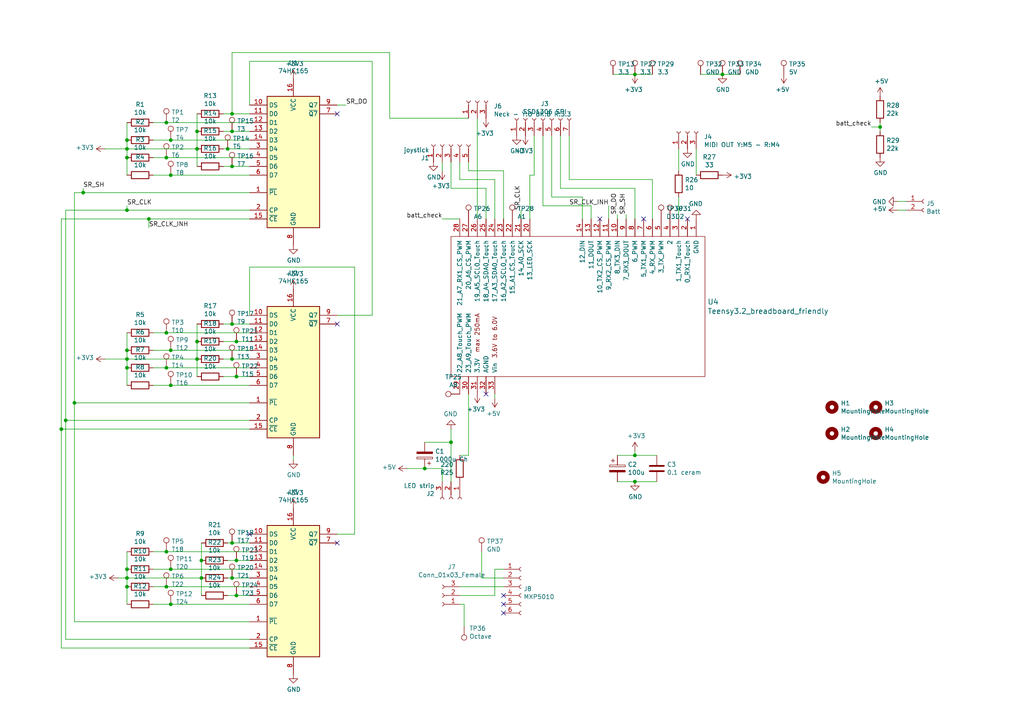
<source format=kicad_sch>
(kicad_sch (version 20211123) (generator eeschema)
  (paper "A4")
  (lib_symbols
    (symbol "74xx:74HC165"
      (property "Reference" "U" (at -7.62 19.05 0))
      (property "Value" "74HC165" (at -7.62 -21.59 0))
      (symbol "74HC165_1_0"
        (pin input line (at -12.7 -10.16 0) (length 5.08) (name "~{PL}") (number "1"))
        (pin input line (at -12.7 15.24 0) (length 5.08) (name "DS") (number "10"))
        (pin input line (at -12.7 12.7 0) (length 5.08) (name "D0") (number "11"))
        (pin input line (at -12.7 10.16 0) (length 5.08) (name "D1") (number "12"))
        (pin input line (at -12.7 7.62 0) (length 5.08) (name "D2") (number "13"))
        (pin input line (at -12.7 5.08 0) (length 5.08) (name "D3") (number "14"))
        (pin input line (at -12.7 -17.78 0) (length 5.08) (name "~{CE}") (number "15"))
        (pin power_in line (at 0 22.86 270) (length 5.08) (name "VCC") (number "16"))
        (pin input line (at -12.7 -15.24 0) (length 5.08) (name "CP") (number "2"))
        (pin input line (at -12.7 2.54 0) (length 5.08) (name "D4") (number "3"))
        (pin input line (at -12.7 0 0) (length 5.08) (name "D5") (number "4"))
        (pin input line (at -12.7 -2.54 0) (length 5.08) (name "D6") (number "5"))
        (pin input line (at -12.7 -5.08 0) (length 5.08) (name "D7") (number "6"))
        (pin output line (at 12.7 12.7 180) (length 5.08) (name "~{Q7}") (number "7"))
        (pin power_in line (at 0 -25.4 90) (length 5.08) (name "GND") (number "8"))
        (pin output line (at 12.7 15.24 180) (length 5.08) (name "Q7") (number "9"))
      )
    )
    (symbol "Connector:Conn_01x02_Female" (pin_names (offset 1.016) hide)
      (property "Reference" "J" (at 0 2.54 0))
      (property "Value" "Conn_01x02_Female" (at 0 -5.08 0))
      (symbol "Conn_01x02_Female_1_1"
        (pin passive line (at -5.08 0 0) (length 3.81) (name "Pin_1") (number "1"))
        (pin passive line (at -5.08 -2.54 0) (length 3.81) (name "Pin_2") (number "2"))
      )
    )
    (symbol "Connector:Conn_01x03_Female" (pin_names (offset 1.016) hide)
      (property "Reference" "J" (at 0 5.08 0))
      (property "Value" "Conn_01x03_Female" (at 0 -5.08 0))
      (symbol "Conn_01x03_Female_1_1"
        (pin passive line (at -5.08 2.54 0) (length 3.81) (name "Pin_1") (number "1"))
        (pin passive line (at -5.08 0 0) (length 3.81) (name "Pin_2") (number "2"))
        (pin passive line (at -5.08 -2.54 0) (length 3.81) (name "Pin_3") (number "3"))
      )
    )
    (symbol "Connector:Conn_01x05_Female" (pin_names (offset 1.016) hide)
      (property "Reference" "J" (at 0 7.62 0))
      (property "Value" "Conn_01x05_Female" (at 0 -7.62 0))
      (symbol "Conn_01x05_Female_1_1"
        (pin passive line (at -5.08 5.08 0) (length 3.81) (name "Pin_1") (number "1"))
        (pin passive line (at -5.08 2.54 0) (length 3.81) (name "Pin_2") (number "2"))
        (pin passive line (at -5.08 0 0) (length 3.81) (name "Pin_3") (number "3"))
        (pin passive line (at -5.08 -2.54 0) (length 3.81) (name "Pin_4") (number "4"))
        (pin passive line (at -5.08 -5.08 0) (length 3.81) (name "Pin_5") (number "5"))
      )
    )
    (symbol "Connector:Conn_01x06_Female" (pin_names (offset 1.016) hide)
      (property "Reference" "J" (at 0 7.62 0))
      (property "Value" "Conn_01x06_Female" (at 0 -10.16 0))
      (symbol "Conn_01x06_Female_1_1"
        (pin passive line (at -5.08 5.08 0) (length 3.81) (name "Pin_1") (number "1"))
        (pin passive line (at -5.08 2.54 0) (length 3.81) (name "Pin_2") (number "2"))
        (pin passive line (at -5.08 0 0) (length 3.81) (name "Pin_3") (number "3"))
        (pin passive line (at -5.08 -2.54 0) (length 3.81) (name "Pin_4") (number "4"))
        (pin passive line (at -5.08 -5.08 0) (length 3.81) (name "Pin_5") (number "5"))
        (pin passive line (at -5.08 -7.62 0) (length 3.81) (name "Pin_6") (number "6"))
      )
    )
    (symbol "Connector:Conn_01x07_Female" (pin_names (offset 1.016) hide)
      (property "Reference" "J" (at 0 10.16 0))
      (property "Value" "Conn_01x07_Female" (at 0 -10.16 0))
      (symbol "Conn_01x07_Female_1_1"
        (pin passive line (at -5.08 7.62 0) (length 3.81) (name "Pin_1") (number "1"))
        (pin passive line (at -5.08 5.08 0) (length 3.81) (name "Pin_2") (number "2"))
        (pin passive line (at -5.08 2.54 0) (length 3.81) (name "Pin_3") (number "3"))
        (pin passive line (at -5.08 0 0) (length 3.81) (name "Pin_4") (number "4"))
        (pin passive line (at -5.08 -2.54 0) (length 3.81) (name "Pin_5") (number "5"))
        (pin passive line (at -5.08 -5.08 0) (length 3.81) (name "Pin_6") (number "6"))
        (pin passive line (at -5.08 -7.62 0) (length 3.81) (name "Pin_7") (number "7"))
      )
    )
    (symbol "Connector:TestPoint" (pin_numbers hide) (pin_names (offset 0.762) hide)
      (property "Reference" "TP" (at 0 6.858 0))
      (property "Value" "TestPoint" (at 0 5.08 0))
      (symbol "TestPoint_1_1"
        (pin passive line (at 0 0 90) (length 2.54) (name "1") (number "1"))
      )
    )
    (symbol "Device:C" (pin_numbers hide) (pin_names (offset 0.254))
      (property "Reference" "C" (at 0.635 2.54 0))
      (property "Value" "C" (at 0.635 -2.54 0))
      (symbol "C_1_1"
        (pin passive line (at 0 3.81 270) (length 2.794) (name "~") (number "1"))
        (pin passive line (at 0 -3.81 90) (length 2.794) (name "~") (number "2"))
      )
    )
    (symbol "Device:CP" (pin_numbers hide) (pin_names (offset 0.254))
      (property "Reference" "C" (at 0.635 2.54 0))
      (property "Value" "Device_CP" (at 0.635 -2.54 0))
      (symbol "CP_1_1"
        (pin passive line (at 0 3.81 270) (length 2.794) (name "~") (number "1"))
        (pin passive line (at 0 -3.81 90) (length 2.794) (name "~") (number "2"))
      )
    )
    (symbol "Device:R" (pin_numbers hide) (pin_names (offset 0))
      (property "Reference" "R" (at 2.032 0 90))
      (property "Value" "R" (at 0 0 90))
      (symbol "R_1_1"
        (pin passive line (at 0 3.81 270) (length 1.27) (name "~") (number "1"))
        (pin passive line (at 0 -3.81 90) (length 1.27) (name "~") (number "2"))
      )
    )
    (symbol "Mechanical:MountingHole" (pin_names (offset 1.016))
      (property "Reference" "H" (at 0 5.08 0))
      (property "Value" "MountingHole" (at 0 3.175 0))
    )
    (symbol "power:+3.3V" (power) (pin_names (offset 0))
      (property "Value" "+3.3V" (at 0 3.556 0))
      (symbol "+3.3V_1_1"
        (pin power_in line (at 0 0 90) (length 0) hide (name "+3V3") (number "1"))
      )
    )
    (symbol "power:+5V" (power) (pin_names (offset 0))
      (property "Value" "+5V" (at 0 3.556 0))
      (symbol "+5V_1_1"
        (pin power_in line (at 0 0 90) (length 0) hide (name "+5V") (number "1"))
      )
    )
    (symbol "power:GND" (power) (pin_names (offset 0))
      (property "Value" "GND" (at 0 -3.81 0))
      (symbol "GND_1_1"
        (pin power_in line (at 0 0 270) (length 0) hide (name "GND") (number "1"))
      )
    )
    (symbol "teensy:Teensy3.2_breadboard_friendly" (pin_names (offset 1.016))
      (property "Reference" "U" (at 0 39.37 0))
      (property "Value" "teensy_Teensy3.2_breadboard_friendly" (at 0 -39.37 0))
      (symbol "Teensy3.2_breadboard_friendly_0_0"
        (text "3.6V to 6.0V" (at 8.89 -24.13 0) (effects (font (size 1.27 1.27))))
        (text "max 250mA" (at 7.62 -29.21 0) (effects (font (size 1.27 1.27))))
      )
      (symbol "Teensy3.2_breadboard_friendly_1_1"
        (pin power_in line (at -25.4 34.29 0) (length 5.08) (name "GND") (number "1"))
        (pin bidirectional line (at -25.4 11.43 0) (length 5.08) (name "8_TX3_DIN") (number "10"))
        (pin bidirectional line (at -25.4 8.89 0) (length 5.08) (name "9_RX2_CS_PWM") (number "11"))
        (pin bidirectional line (at -25.4 6.35 0) (length 5.08) (name "10_TX2_CS_PWM") (number "12"))
        (pin bidirectional line (at -25.4 3.81 0) (length 5.08) (name "11_DOUT") (number "13"))
        (pin bidirectional line (at -25.4 1.27 0) (length 5.08) (name "12_DIN") (number "14"))
        (pin bidirectional line (at -25.4 31.75 0) (length 5.08) (name "0_RX1_Touch") (number "2"))
        (pin bidirectional line (at -25.4 -13.97 0) (length 5.08) (name "13_LED_SCK") (number "20"))
        (pin bidirectional line (at -25.4 -16.51 0) (length 5.08) (name "14_A0_SCK") (number "21"))
        (pin bidirectional line (at -25.4 -19.05 0) (length 5.08) (name "15_A1_CS_Touch") (number "22"))
        (pin bidirectional line (at -25.4 -21.59 0) (length 5.08) (name "16_A2_SCL0_Touch") (number "23"))
        (pin bidirectional line (at -25.4 -24.13 0) (length 5.08) (name "17_A3_SDA0_Touch") (number "24"))
        (pin bidirectional line (at -25.4 -26.67 0) (length 5.08) (name "18_A4_SDA0_Touch") (number "25"))
        (pin bidirectional line (at -25.4 -29.21 0) (length 5.08) (name "19_A5_SCL0_Touch") (number "26"))
        (pin bidirectional line (at -25.4 -31.75 0) (length 5.08) (name "20_A6_CS_PWM") (number "27"))
        (pin bidirectional line (at -25.4 -34.29 0) (length 5.08) (name "21_A7_RX1_CS_PWM") (number "28"))
        (pin bidirectional line (at 25.4 -34.29 180) (length 5.08) (name "22_A8_Touch_PWM") (number "29"))
        (pin bidirectional line (at -25.4 29.21 0) (length 5.08) (name "1_TX1_Touch") (number "3"))
        (pin bidirectional line (at 25.4 -31.75 180) (length 5.08) (name "23_A9_Touch_PWM") (number "30"))
        (pin power_out line (at 25.4 -29.21 180) (length 5.08) (name "3.3V") (number "31"))
        (pin power_out line (at 25.4 -26.67 180) (length 5.08) (name "AGND") (number "32"))
        (pin power_in line (at 25.4 -24.13 180) (length 5.08) (name "Vin") (number "33"))
        (pin bidirectional line (at -25.4 26.67 0) (length 5.08) (name "2") (number "4"))
        (pin bidirectional line (at -25.4 24.13 0) (length 5.08) (name "3_TX_PWM") (number "5"))
        (pin bidirectional line (at -25.4 21.59 0) (length 5.08) (name "4_RX_PWM") (number "6"))
        (pin bidirectional line (at -25.4 19.05 0) (length 5.08) (name "5_TX1_PWM") (number "7"))
        (pin bidirectional line (at -25.4 16.51 0) (length 5.08) (name "6_PWM") (number "8"))
        (pin bidirectional line (at -25.4 13.97 0) (length 5.08) (name "7_RX3_DOUT") (number "9"))
      )
    )
  )
  (junction (at 48.26 106.68))
  (junction (at 66.04 43.18))
  (junction (at 48.26 35.56))
  (junction (at 123.19 135.89))
  (junction (at 36.83 45.72))
  (junction (at 49.53 101.6))
  (junction (at 57.15 38.1))
  (junction (at 67.31 93.98))
  (junction (at 184.15 21.59))
  (junction (at 67.31 38.1))
  (junction (at 48.26 45.72))
  (junction (at 49.53 111.76))
  (junction (at 24.13 55.88))
  (junction (at 36.83 170.18))
  (junction (at 57.15 99.06))
  (junction (at 48.26 170.18))
  (junction (at 58.42 167.64))
  (junction (at 19.05 121.92))
  (junction (at 184.15 139.7))
  (junction (at 67.31 33.02))
  (junction (at 57.15 43.18))
  (junction (at 36.83 106.68))
  (junction (at 57.15 104.14))
  (junction (at 255.27 36.83))
  (junction (at 130.81 128.27))
  (junction (at 36.83 101.6))
  (junction (at 36.83 167.64))
  (junction (at 68.58 172.72))
  (junction (at 68.58 162.56))
  (junction (at 49.53 175.26))
  (junction (at 36.83 40.64))
  (junction (at 67.31 157.48))
  (junction (at 36.83 43.18))
  (junction (at 49.53 50.8))
  (junction (at 43.18 63.5))
  (junction (at 184.15 132.08))
  (junction (at 36.83 104.14))
  (junction (at 48.26 160.02))
  (junction (at 36.83 60.96))
  (junction (at 58.42 162.56))
  (junction (at 67.31 48.26))
  (junction (at 36.83 165.1))
  (junction (at 21.59 116.84))
  (junction (at 17.78 124.46))
  (junction (at 67.31 104.14))
  (junction (at 49.53 165.1))
  (junction (at 48.26 96.52))
  (junction (at 209.55 21.59))
  (junction (at 68.58 99.06))
  (junction (at 49.53 40.64))
  (junction (at 67.31 167.64))
  (junction (at 68.58 109.22))
  (no_connect (at 97.79 33.02))
  (no_connect (at 173.99 63.5))
  (no_connect (at 199.39 63.5))
  (no_connect (at 97.79 157.48))
  (no_connect (at 72.39 154.94))
  (no_connect (at 186.69 63.5))
  (no_connect (at 146.05 172.72))
  (no_connect (at 146.05 175.26))
  (no_connect (at 146.05 177.8))
  (no_connect (at 199.39 -53.34))
  (no_connect (at 97.79 93.98))
  (no_connect (at 140.97 114.3))
  (wire (pts (xy 57.15 33.02) (xy 57.15 38.1)))
  (wire (pts (xy 68.58 109.22) (xy 64.77 109.22)))
  (wire (pts (xy 168.91 57.15) (xy 160.02 57.15)))
  (wire (pts (xy 44.45 45.72) (xy 48.26 45.72)))
  (wire (pts (xy 130.81 124.46) (xy 130.81 128.27)))
  (wire (pts (xy 72.39 40.64) (xy 49.53 40.64)))
  (wire (pts (xy 57.15 93.98) (xy 57.15 99.06)))
  (wire (pts (xy 68.58 99.06) (xy 72.39 99.06)))
  (wire (pts (xy 143.51 172.72) (xy 143.51 165.1)))
  (wire (pts (xy 30.48 104.14) (xy 36.83 104.14)))
  (wire (pts (xy 72.39 180.34) (xy 21.59 180.34)))
  (wire (pts (xy 48.26 170.18) (xy 72.39 170.18)))
  (wire (pts (xy 48.26 160.02) (xy 72.39 160.02)))
  (wire (pts (xy 184.15 54.61) (xy 162.56 54.61)))
  (wire (pts (xy 72.39 121.92) (xy 19.05 121.92)))
  (wire (pts (xy 58.42 167.64) (xy 58.42 172.72)))
  (wire (pts (xy 66.04 162.56) (xy 68.58 162.56)))
  (wire (pts (xy 184.15 132.08) (xy 184.15 130.81)))
  (wire (pts (xy 44.45 175.26) (xy 49.53 175.26)))
  (wire (pts (xy 143.51 165.1) (xy 146.05 165.1)))
  (wire (pts (xy 189.23 63.5) (xy 189.23 52.07)))
  (wire (pts (xy 67.31 15.24) (xy 67.31 33.02)))
  (wire (pts (xy 64.77 99.06) (xy 68.58 99.06)))
  (wire (pts (xy 57.15 99.06) (xy 57.15 104.14)))
  (wire (pts (xy 36.83 59.69) (xy 36.83 60.96)))
  (wire (pts (xy 66.04 172.72) (xy 68.58 172.72)))
  (wire (pts (xy 171.45 59.69) (xy 157.48 59.69)))
  (wire (pts (xy 17.78 187.96) (xy 17.78 124.46)))
  (wire (pts (xy 48.26 35.56) (xy 72.39 35.56)))
  (wire (pts (xy 184.15 21.59) (xy 189.23 21.59)))
  (wire (pts (xy 184.15 132.08) (xy 190.5 132.08)))
  (wire (pts (xy 72.39 91.44) (xy 72.39 77.47)))
  (wire (pts (xy 85.09 132.08) (xy 85.09 133.35)))
  (wire (pts (xy 133.35 172.72) (xy 143.51 172.72)))
  (wire (pts (xy 36.83 60.96) (xy 72.39 60.96)))
  (wire (pts (xy 49.53 50.8) (xy 44.45 50.8)))
  (wire (pts (xy 36.83 101.6) (xy 36.83 96.52)))
  (wire (pts (xy 162.56 54.61) (xy 162.56 39.37)))
  (wire (pts (xy 135.89 49.53) (xy 135.89 46.99)))
  (wire (pts (xy 196.85 57.15) (xy 196.85 63.5)))
  (wire (pts (xy 189.23 52.07) (xy 165.1 52.07)))
  (wire (pts (xy 72.39 187.96) (xy 17.78 187.96)))
  (wire (pts (xy 255.27 36.83) (xy 255.27 38.1)))
  (wire (pts (xy 66.04 167.64) (xy 67.31 167.64)))
  (wire (pts (xy 130.81 128.27) (xy 130.81 139.7)))
  (wire (pts (xy 44.45 35.56) (xy 48.26 35.56)))
  (wire (pts (xy 67.31 157.48) (xy 72.39 157.48)))
  (wire (pts (xy 72.39 77.47) (xy 102.87 77.47)))
  (wire (pts (xy 107.95 91.44) (xy 97.79 91.44)))
  (wire (pts (xy 58.42 157.48) (xy 58.42 162.56)))
  (wire (pts (xy 140.97 63.5) (xy 140.97 54.61)))
  (wire (pts (xy 43.18 63.5) (xy 72.39 63.5)))
  (wire (pts (xy 72.39 50.8) (xy 49.53 50.8)))
  (wire (pts (xy 128.27 63.5) (xy 133.35 63.5)))
  (wire (pts (xy 58.42 167.64) (xy 58.42 162.56)))
  (wire (pts (xy 36.83 167.64) (xy 36.83 170.18)))
  (wire (pts (xy 36.83 165.1) (xy 36.83 160.02)))
  (wire (pts (xy 138.43 63.5) (xy 138.43 34.29)))
  (wire (pts (xy 72.39 30.48) (xy 72.39 17.78)))
  (wire (pts (xy 179.07 139.7) (xy 184.15 139.7)))
  (wire (pts (xy 44.45 106.68) (xy 48.26 106.68)))
  (wire (pts (xy 36.83 43.18) (xy 36.83 40.64)))
  (wire (pts (xy 49.53 111.76) (xy 72.39 111.76)))
  (wire (pts (xy 171.45 63.5) (xy 171.45 59.69)))
  (wire (pts (xy 177.8 21.59) (xy 184.15 21.59)))
  (wire (pts (xy 113.03 15.24) (xy 67.31 15.24)))
  (wire (pts (xy 140.97 54.61) (xy 130.81 54.61)))
  (wire (pts (xy 153.67 50.8) (xy 154.94 50.8)))
  (wire (pts (xy 72.39 165.1) (xy 49.53 165.1)))
  (wire (pts (xy 143.51 52.07) (xy 133.35 52.07)))
  (wire (pts (xy 48.26 96.52) (xy 44.45 96.52)))
  (wire (pts (xy 36.83 170.18) (xy 36.83 175.26)))
  (wire (pts (xy 36.83 45.72) (xy 36.83 50.8)))
  (wire (pts (xy 184.15 63.5) (xy 184.15 54.61)))
  (wire (pts (xy 133.35 170.18) (xy 146.05 170.18)))
  (wire (pts (xy 44.45 160.02) (xy 48.26 160.02)))
  (wire (pts (xy 24.13 54.61) (xy 24.13 55.88)))
  (wire (pts (xy 179.07 132.08) (xy 184.15 132.08)))
  (wire (pts (xy 64.77 104.14) (xy 67.31 104.14)))
  (wire (pts (xy 24.13 55.88) (xy 72.39 55.88)))
  (wire (pts (xy 165.1 52.07) (xy 165.1 39.37)))
  (wire (pts (xy 19.05 185.42) (xy 72.39 185.42)))
  (wire (pts (xy 57.15 43.18) (xy 36.83 43.18)))
  (wire (pts (xy 64.77 48.26) (xy 67.31 48.26)))
  (wire (pts (xy 203.2 21.59) (xy 209.55 21.59)))
  (wire (pts (xy 209.55 21.59) (xy 214.63 21.59)))
  (wire (pts (xy 260.35 58.42) (xy 262.89 58.42)))
  (wire (pts (xy 139.7 167.64) (xy 146.05 167.64)))
  (wire (pts (xy 143.51 115.57) (xy 143.51 114.3)))
  (wire (pts (xy 44.45 111.76) (xy 49.53 111.76)))
  (wire (pts (xy 176.53 59.69) (xy 176.53 63.5)))
  (wire (pts (xy 102.87 77.47) (xy 102.87 154.94)))
  (wire (pts (xy 19.05 185.42) (xy 19.05 121.92)))
  (wire (pts (xy 67.31 48.26) (xy 72.39 48.26)))
  (wire (pts (xy 64.77 93.98) (xy 67.31 93.98)))
  (wire (pts (xy 133.35 175.26) (xy 134.62 175.26)))
  (wire (pts (xy 157.48 39.37) (xy 157.48 59.69)))
  (wire (pts (xy 102.87 154.94) (xy 97.79 154.94)))
  (wire (pts (xy 67.31 104.14) (xy 72.39 104.14)))
  (wire (pts (xy 128.27 135.89) (xy 128.27 139.7)))
  (wire (pts (xy 107.95 17.78) (xy 107.95 91.44)))
  (wire (pts (xy 143.51 63.5) (xy 143.51 52.07)))
  (wire (pts (xy 64.77 43.18) (xy 66.04 43.18)))
  (wire (pts (xy 181.61 63.5) (xy 181.61 62.23)))
  (wire (pts (xy 134.62 175.26) (xy 134.62 181.61)))
  (wire (pts (xy 190.5 139.7) (xy 184.15 139.7)))
  (wire (pts (xy 135.89 34.29) (xy 113.03 34.29)))
  (wire (pts (xy 30.48 43.18) (xy 36.83 43.18)))
  (wire (pts (xy 19.05 121.92) (xy 19.05 60.96)))
  (wire (pts (xy 67.31 167.64) (xy 72.39 167.64)))
  (wire (pts (xy 133.35 52.07) (xy 133.35 46.99)))
  (wire (pts (xy 57.15 104.14) (xy 57.15 109.22)))
  (wire (pts (xy 153.67 63.5) (xy 153.67 50.8)))
  (wire (pts (xy 68.58 162.56) (xy 72.39 162.56)))
  (wire (pts (xy 36.83 40.64) (xy 36.83 35.56)))
  (wire (pts (xy 58.42 167.64) (xy 36.83 167.64)))
  (wire (pts (xy 66.04 157.48) (xy 67.31 157.48)))
  (wire (pts (xy 72.39 96.52) (xy 48.26 96.52)))
  (wire (pts (xy 151.13 60.96) (xy 151.13 63.5)))
  (wire (pts (xy 201.93 43.18) (xy 201.93 50.8)))
  (wire (pts (xy 34.29 167.64) (xy 36.83 167.64)))
  (wire (pts (xy 139.7 160.02) (xy 139.7 167.64)))
  (wire (pts (xy 57.15 104.14) (xy 36.83 104.14)))
  (wire (pts (xy 128.27 46.99) (xy 128.27 49.53)))
  (wire (pts (xy 48.26 45.72) (xy 72.39 45.72)))
  (wire (pts (xy 135.89 132.08) (xy 133.35 132.08)))
  (wire (pts (xy 123.19 128.27) (xy 130.81 128.27)))
  (wire (pts (xy 135.89 114.3) (xy 135.89 132.08)))
  (wire (pts (xy 49.53 40.64) (xy 44.45 40.64)))
  (wire (pts (xy 154.94 50.8) (xy 154.94 39.37)))
  (wire (pts (xy 168.91 63.5) (xy 168.91 57.15)))
  (wire (pts (xy 67.31 33.02) (xy 72.39 33.02)))
  (wire (pts (xy 21.59 55.88) (xy 24.13 55.88)))
  (wire (pts (xy 44.45 170.18) (xy 48.26 170.18)))
  (wire (pts (xy 160.02 39.37) (xy 160.02 57.15)))
  (wire (pts (xy 72.39 101.6) (xy 49.53 101.6)))
  (wire (pts (xy 36.83 106.68) (xy 36.83 111.76)))
  (wire (pts (xy 130.81 54.61) (xy 130.81 46.99)))
  (wire (pts (xy 252.73 36.83) (xy 255.27 36.83)))
  (wire (pts (xy 67.31 93.98) (xy 72.39 93.98)))
  (wire (pts (xy 118.11 135.89) (xy 123.19 135.89)))
  (wire (pts (xy 72.39 17.78) (xy 107.95 17.78)))
  (wire (pts (xy 48.26 106.68) (xy 72.39 106.68)))
  (wire (pts (xy 43.18 66.04) (xy 43.18 63.5)))
  (wire (pts (xy 64.77 38.1) (xy 67.31 38.1)))
  (wire (pts (xy 72.39 124.46) (xy 17.78 124.46)))
  (wire (pts (xy 68.58 172.72) (xy 72.39 172.72)))
  (wire (pts (xy 146.05 49.53) (xy 135.89 49.53)))
  (wire (pts (xy 57.15 38.1) (xy 57.15 43.18)))
  (wire (pts (xy 196.85 43.18) (xy 196.85 49.53)))
  (wire (pts (xy 146.05 63.5) (xy 146.05 49.53)))
  (wire (pts (xy 255.27 35.56) (xy 255.27 36.83)))
  (wire (pts (xy 49.53 175.26) (xy 72.39 175.26)))
  (wire (pts (xy 66.04 43.18) (xy 72.39 43.18)))
  (wire (pts (xy 36.83 167.64) (xy 36.83 165.1)))
  (wire (pts (xy 49.53 165.1) (xy 44.45 165.1)))
  (wire (pts (xy 67.31 38.1) (xy 72.39 38.1)))
  (wire (pts (xy 36.83 43.18) (xy 36.83 45.72)))
  (wire (pts (xy 19.05 60.96) (xy 36.83 60.96)))
  (wire (pts (xy 64.77 33.02) (xy 67.31 33.02)))
  (wire (pts (xy 21.59 55.88) (xy 21.59 116.84)))
  (wire (pts (xy 21.59 116.84) (xy 21.59 180.34)))
  (wire (pts (xy 57.15 43.18) (xy 57.15 48.26)))
  (wire (pts (xy 179.07 62.23) (xy 179.07 63.5)))
  (wire (pts (xy 72.39 109.22) (xy 68.58 109.22)))
  (wire (pts (xy 36.83 104.14) (xy 36.83 101.6)))
  (wire (pts (xy 97.79 30.48) (xy 100.33 30.48)))
  (wire (pts (xy 262.89 60.96) (xy 260.35 60.96)))
  (wire (pts (xy 36.83 104.14) (xy 36.83 106.68)))
  (wire (pts (xy 72.39 116.84) (xy 21.59 116.84)))
  (wire (pts (xy 17.78 63.5) (xy 43.18 63.5)))
  (wire (pts (xy 123.19 135.89) (xy 128.27 135.89)))
  (wire (pts (xy 17.78 124.46) (xy 17.78 63.5)))
  (wire (pts (xy 113.03 34.29) (xy 113.03 15.24)))
  (wire (pts (xy 49.53 101.6) (xy 44.45 101.6)))
  (label "SR_CLK" (at 151.13 60.96 90))
  (label "SR_CLK_INH" (at 43.18 66.04 0))
  (label "SR_SH" (at 181.61 62.23 90))
  (label "batt_check" (at 252.73 36.83 180))
  (label "SR_DO" (at 179.07 62.23 90))
  (label "SR_CLK_INH" (at 176.53 59.69 180))
  (label "batt_check" (at 128.27 63.5 180))
  (label "SR_SH" (at 24.13 54.61 0))
  (label "SR_CLK" (at 36.83 59.69 0))
  (label "SR_DO" (at 100.33 30.48 0))
  (symbol (lib_id "teensy:Teensy3.2_breadboard_friendly") (at 167.64 88.9 270) (unit 1)
    (property "Reference" "U4" (at 205.1812 87.5538 90) (effects (font (size 1.524 1.524)) (justify left)))
    (property "Value" "Teensy3.2_breadboard_friendly" (at 205.1812 90.2462 90) (effects (font (size 1.524 1.524)) (justify left)))
    (property "Footprint" "teensy:Teensy30_31_32_breadboard_friendly_hand_soldering" (effects hide))
  )
  (symbol (lib_id "power:GND") (at 201.93 63.5 180) (unit 1)
    (property "Reference" "#PWR0101" (effects hide))
    (property "Value" "GND" (at 201.803 59.1058 0))
  )
  (symbol (lib_id "power:+5V") (at 143.51 115.57 180) (unit 1)
    (property "Reference" "#PWR0102" (effects hide))
    (property "Value" "+5V" (at 143.129 119.9642 0))
  )
  (symbol (lib_id "Connector:Conn_01x07_Female") (at 157.48 34.29 90) (unit 1)
    (property "Reference" "J3" (at 157.988 30.099 90))
    (property "Value" "SSD1306 SPI" (at 157.988 32.4104 90))
    (property "Footprint" "Connector_PinSocket_2.54mm:PinSocket_1x07_P2.54mm_Vertical" (effects hide))
  )
  (symbol (lib_id "power:GND") (at 149.86 39.37 0) (unit 1)
    (property "Reference" "#PWR0103" (effects hide))
    (property "Value" "GND" (at 149.987 43.7642 0))
  )
  (symbol (lib_id "power:+3.3V") (at 152.4 39.37 180) (unit 1)
    (property "Reference" "#PWR0104" (effects hide))
    (property "Value" "+3.3V" (at 152.019 43.7642 0))
  )
  (symbol (lib_id "power:+3.3V") (at 138.43 114.3 180) (unit 1)
    (property "Reference" "#PWR0105" (effects hide))
    (property "Value" "+3.3V" (at 138.049 118.6942 0))
  )
  (symbol (lib_id "power:+5V") (at 255.27 27.94 0) (unit 1)
    (property "Reference" "#PWR0106" (effects hide))
    (property "Value" "+5V" (at 255.651 23.5458 0))
  )
  (symbol (lib_id "Device:R") (at 255.27 31.75 0) (unit 1)
    (property "Reference" "R28" (at 257.048 30.5816 0) (effects (justify left)))
    (property "Value" "22k" (at 257.048 32.893 0) (effects (justify left)))
    (property "Footprint" "Resistor_THT:R_Axial_DIN0207_L6.3mm_D2.5mm_P7.62mm_Horizontal" (effects hide))
  )
  (symbol (lib_id "Device:R") (at 255.27 41.91 0) (unit 1)
    (property "Reference" "R29" (at 257.048 40.7416 0) (effects (justify left)))
    (property "Value" "22k" (at 257.048 43.053 0) (effects (justify left)))
    (property "Footprint" "Resistor_THT:R_Axial_DIN0207_L6.3mm_D2.5mm_P7.62mm_Horizontal" (effects hide))
  )
  (symbol (lib_id "power:GND") (at 255.27 45.72 0) (unit 1)
    (property "Reference" "#PWR0107" (effects hide))
    (property "Value" "GND" (at 255.397 50.1142 0))
  )
  (symbol (lib_id "74xx:74HC165") (at 85.09 45.72 0) (unit 1)
    (property "Reference" "U1" (at 85.09 18.2626 0))
    (property "Value" "74HC165" (at 85.09 20.574 0))
    (property "Footprint" "Package_DIP:DIP-16_W7.62mm_Socket" (effects hide))
    (property "Datasheet" "https://assets.nexperia.com/documents/data-sheet/74HC_HCT165.pdf" (effects hide))
  )
  (symbol (lib_id "74xx:74HC165") (at 85.09 106.68 0) (unit 1)
    (property "Reference" "U2" (at 85.09 79.2226 0))
    (property "Value" "74HC165" (at 85.09 81.534 0))
    (property "Footprint" "Package_DIP:DIP-16_W7.62mm_Socket" (effects hide))
    (property "Datasheet" "https://assets.nexperia.com/documents/data-sheet/74HC_HCT165.pdf" (effects hide))
  )
  (symbol (lib_id "74xx:74HC165") (at 85.09 170.18 0) (unit 1)
    (property "Reference" "U3" (at 85.09 142.7226 0))
    (property "Value" "74HC165" (at 85.09 145.034 0))
    (property "Footprint" "Package_DIP:DIP-16_W7.62mm_Socket" (effects hide))
    (property "Datasheet" "https://assets.nexperia.com/documents/data-sheet/74HC_HCT165.pdf" (effects hide))
  )
  (symbol (lib_id "power:+3.3V") (at 85.09 22.86 0) (unit 1)
    (property "Reference" "#PWR0108" (effects hide))
    (property "Value" "+3.3V" (at 85.471 18.4658 0))
  )
  (symbol (lib_id "power:+3.3V") (at 85.09 83.82 0) (unit 1)
    (property "Reference" "#PWR0109" (effects hide))
    (property "Value" "+3.3V" (at 85.471 79.4258 0))
  )
  (symbol (lib_id "power:+3.3V") (at 85.09 147.32 0) (unit 1)
    (property "Reference" "#PWR0110" (effects hide))
    (property "Value" "+3.3V" (at 85.471 142.9258 0))
  )
  (symbol (lib_id "power:GND") (at 85.09 195.58 0) (unit 1)
    (property "Reference" "#PWR0112" (effects hide))
    (property "Value" "GND" (at 85.217 199.9742 0))
  )
  (symbol (lib_id "power:GND") (at 85.09 71.12 0) (unit 1)
    (property "Reference" "#PWR0113" (effects hide))
    (property "Value" "GND" (at 85.217 75.5142 0))
  )
  (symbol (lib_id "Device:R") (at 60.96 33.02 270) (unit 1)
    (property "Reference" "R13" (at 60.96 27.7622 90))
    (property "Value" "10k" (at 60.96 30.0736 90))
    (property "Footprint" "Resistor_THT:R_Axial_DIN0207_L6.3mm_D2.5mm_P7.62mm_Horizontal" (effects hide))
  )
  (symbol (lib_id "Device:R") (at 40.64 35.56 270) (unit 1)
    (property "Reference" "R1" (at 40.64 30.3022 90))
    (property "Value" "10k" (at 40.64 32.6136 90))
    (property "Footprint" "Resistor_THT:R_Axial_DIN0207_L6.3mm_D2.5mm_P7.62mm_Horizontal" (effects hide))
  )
  (symbol (lib_id "Device:R") (at 60.96 38.1 270) (unit 1)
    (property "Reference" "R14" (at 60.96 32.8422 90))
    (property "Value" "10k" (at 60.96 35.1536 90))
    (property "Footprint" "Resistor_THT:R_Axial_DIN0207_L6.3mm_D2.5mm_P7.62mm_Horizontal" (effects hide))
  )
  (symbol (lib_id "Device:R") (at 40.64 40.64 270) (unit 1)
    (property "Reference" "R2" (at 40.64 35.3822 90))
    (property "Value" "10k" (at 40.64 37.6936 90))
    (property "Footprint" "Resistor_THT:R_Axial_DIN0207_L6.3mm_D2.5mm_P7.62mm_Horizontal" (effects hide))
  )
  (symbol (lib_id "Device:R") (at 60.96 43.18 270) (unit 1)
    (property "Reference" "R15" (at 60.96 37.9222 90))
    (property "Value" "10k" (at 60.96 40.2336 90))
    (property "Footprint" "Resistor_THT:R_Axial_DIN0207_L6.3mm_D2.5mm_P7.62mm_Horizontal" (effects hide))
  )
  (symbol (lib_id "Device:R") (at 40.64 45.72 270) (unit 1)
    (property "Reference" "R3" (at 40.64 40.4622 90))
    (property "Value" "10k" (at 40.64 42.7736 90))
    (property "Footprint" "Resistor_THT:R_Axial_DIN0207_L6.3mm_D2.5mm_P7.62mm_Horizontal" (effects hide))
  )
  (symbol (lib_id "Device:R") (at 60.96 48.26 270) (unit 1)
    (property "Reference" "R16" (at 60.96 43.0022 90))
    (property "Value" "10k" (at 60.96 45.3136 90))
    (property "Footprint" "Resistor_THT:R_Axial_DIN0207_L6.3mm_D2.5mm_P7.62mm_Horizontal" (effects hide))
  )
  (symbol (lib_id "Device:R") (at 40.64 50.8 270) (unit 1)
    (property "Reference" "R4" (at 40.64 45.5422 90))
    (property "Value" "10k" (at 40.64 47.8536 90))
    (property "Footprint" "Resistor_THT:R_Axial_DIN0207_L6.3mm_D2.5mm_P7.62mm_Horizontal" (effects hide))
  )
  (symbol (lib_id "Device:R") (at 60.96 93.98 270) (unit 1)
    (property "Reference" "R17" (at 60.96 88.7222 90))
    (property "Value" "10k" (at 60.96 91.0336 90))
    (property "Footprint" "Resistor_THT:R_Axial_DIN0207_L6.3mm_D2.5mm_P7.62mm_Horizontal" (effects hide))
  )
  (symbol (lib_id "Device:R") (at 40.64 96.52 270) (unit 1)
    (property "Reference" "R5" (at 40.64 91.2622 90))
    (property "Value" "10k" (at 40.64 93.5736 90))
    (property "Footprint" "Resistor_THT:R_Axial_DIN0207_L6.3mm_D2.5mm_P7.62mm_Horizontal" (effects hide))
  )
  (symbol (lib_id "Device:R") (at 60.96 99.06 270) (unit 1)
    (property "Reference" "R18" (at 60.96 93.8022 90))
    (property "Value" "10k" (at 60.96 96.1136 90))
    (property "Footprint" "Resistor_THT:R_Axial_DIN0207_L6.3mm_D2.5mm_P7.62mm_Horizontal" (effects hide))
  )
  (symbol (lib_id "Device:R") (at 40.64 101.6 270) (unit 1)
    (property "Reference" "R6" (at 40.64 96.3422 90))
    (property "Value" "10k" (at 40.64 98.6536 90))
    (property "Footprint" "Resistor_THT:R_Axial_DIN0207_L6.3mm_D2.5mm_P7.62mm_Horizontal" (effects hide))
  )
  (symbol (lib_id "Device:R") (at 60.96 104.14 270) (unit 1)
    (property "Reference" "R19" (at 60.96 98.8822 90))
    (property "Value" "10k" (at 60.96 101.1936 90))
    (property "Footprint" "Resistor_THT:R_Axial_DIN0207_L6.3mm_D2.5mm_P7.62mm_Horizontal" (effects hide))
  )
  (symbol (lib_id "Device:R") (at 40.64 106.68 270) (unit 1)
    (property "Reference" "R7" (at 40.64 101.4222 90))
    (property "Value" "10k" (at 40.64 103.7336 90))
    (property "Footprint" "Resistor_THT:R_Axial_DIN0207_L6.3mm_D2.5mm_P7.62mm_Horizontal" (effects hide))
  )
  (symbol (lib_id "Device:R") (at 60.96 109.22 270) (unit 1)
    (property "Reference" "R20" (at 60.96 103.9622 90))
    (property "Value" "10k" (at 60.96 106.2736 90))
    (property "Footprint" "Resistor_THT:R_Axial_DIN0207_L6.3mm_D2.5mm_P7.62mm_Horizontal" (effects hide))
  )
  (symbol (lib_id "Device:R") (at 40.64 111.76 270) (unit 1)
    (property "Reference" "R8" (at 40.64 106.5022 90))
    (property "Value" "10k" (at 40.64 108.8136 90))
    (property "Footprint" "Resistor_THT:R_Axial_DIN0207_L6.3mm_D2.5mm_P7.62mm_Horizontal" (effects hide))
  )
  (symbol (lib_id "Device:R") (at 62.23 157.48 270) (unit 1)
    (property "Reference" "R21" (at 62.23 152.2222 90))
    (property "Value" "10k" (at 62.23 154.5336 90))
    (property "Footprint" "Resistor_THT:R_Axial_DIN0207_L6.3mm_D2.5mm_P7.62mm_Horizontal" (effects hide))
  )
  (symbol (lib_id "Device:R") (at 40.64 160.02 270) (unit 1)
    (property "Reference" "R9" (at 40.64 154.7622 90))
    (property "Value" "10k" (at 40.64 157.0736 90))
    (property "Footprint" "Resistor_THT:R_Axial_DIN0207_L6.3mm_D2.5mm_P7.62mm_Horizontal" (effects hide))
  )
  (symbol (lib_id "Device:R") (at 62.23 162.56 270) (unit 1)
    (property "Reference" "R22" (at 62.23 157.3022 90))
    (property "Value" "10k" (at 62.23 159.6136 90))
    (property "Footprint" "Resistor_THT:R_Axial_DIN0207_L6.3mm_D2.5mm_P7.62mm_Horizontal" (effects hide))
  )
  (symbol (lib_id "Device:R") (at 40.64 165.1 270) (unit 1)
    (property "Reference" "R10" (at 40.64 159.8422 90))
    (property "Value" "10k" (at 40.64 162.1536 90))
    (property "Footprint" "Resistor_THT:R_Axial_DIN0207_L6.3mm_D2.5mm_P7.62mm_Horizontal" (effects hide))
  )
  (symbol (lib_id "Device:R") (at 62.23 167.64 270) (unit 1)
    (property "Reference" "R23" (at 62.23 162.3822 90))
    (property "Value" "10k" (at 62.23 164.6936 90))
    (property "Footprint" "Resistor_THT:R_Axial_DIN0207_L6.3mm_D2.5mm_P7.62mm_Horizontal" (effects hide))
  )
  (symbol (lib_id "Device:R") (at 40.64 170.18 270) (unit 1)
    (property "Reference" "R11" (at 40.64 164.9222 90))
    (property "Value" "10k" (at 40.64 167.2336 90))
    (property "Footprint" "Resistor_THT:R_Axial_DIN0207_L6.3mm_D2.5mm_P7.62mm_Horizontal" (effects hide))
  )
  (symbol (lib_id "Device:R") (at 62.23 172.72 270) (unit 1)
    (property "Reference" "R24" (at 62.23 167.4622 90))
    (property "Value" "10k" (at 62.23 169.7736 90))
    (property "Footprint" "Resistor_THT:R_Axial_DIN0207_L6.3mm_D2.5mm_P7.62mm_Horizontal" (effects hide))
  )
  (symbol (lib_id "Device:R") (at 40.64 175.26 270) (unit 1)
    (property "Reference" "R12" (at 40.64 170.0022 90))
    (property "Value" "10k" (at 40.64 172.3136 90))
    (property "Footprint" "Resistor_THT:R_Axial_DIN0207_L6.3mm_D2.5mm_P7.62mm_Horizontal" (effects hide))
  )
  (symbol (lib_id "power:+3.3V") (at 34.29 167.64 90) (unit 1)
    (property "Reference" "#PWR0116" (effects hide))
    (property "Value" "+3.3V" (at 31.0388 167.259 90) (effects (justify left)))
  )
  (symbol (lib_id "power:+3.3V") (at 30.48 43.18 90) (unit 1)
    (property "Reference" "#PWR0114" (effects hide))
    (property "Value" "+3.3V" (at 27.2288 42.799 90) (effects (justify left)))
  )
  (symbol (lib_id "power:+3.3V") (at 30.48 104.14 90) (unit 1)
    (property "Reference" "#PWR0115" (effects hide))
    (property "Value" "+3.3V" (at 27.2288 103.759 90) (effects (justify left)))
  )
  (symbol (lib_id "Connector:TestPoint") (at 48.26 35.56 0) (unit 1)
    (property "Reference" "TP1" (at 49.7332 32.5628 0) (effects (justify left)))
    (property "Value" "T2" (at 49.7332 34.8742 0) (effects (justify left)))
    (property "Footprint" "TestPoint:TestPoint_THTPad_2.5x2.5mm_Drill1.2mm" (effects hide))
  )
  (symbol (lib_id "Connector:TestPoint") (at 67.31 38.1 0) (unit 1)
    (property "Reference" "TP15" (at 68.7832 35.1028 0) (effects (justify left)))
    (property "Value" "T3" (at 68.7832 37.4142 0) (effects (justify left)))
    (property "Footprint" "TestPoint:TestPoint_THTPad_2.5x2.5mm_Drill1.2mm" (effects hide))
  )
  (symbol (lib_id "Connector:TestPoint") (at 49.53 40.64 0) (unit 1)
    (property "Reference" "TP7" (at 51.0032 37.6428 0) (effects (justify left)))
    (property "Value" "T4" (at 51.0032 39.9542 0) (effects (justify left)))
    (property "Footprint" "TestPoint:TestPoint_THTPad_2.5x2.5mm_Drill1.2mm" (effects hide))
  )
  (symbol (lib_id "Connector:TestPoint") (at 66.04 43.18 0) (unit 1)
    (property "Reference" "TP14" (at 67.5132 40.1828 0) (effects (justify left)))
    (property "Value" "T5" (at 67.5132 42.4942 0) (effects (justify left)))
    (property "Footprint" "TestPoint:TestPoint_THTPad_2.5x2.5mm_Drill1.2mm" (effects hide))
  )
  (symbol (lib_id "Connector:TestPoint") (at 48.26 45.72 0) (unit 1)
    (property "Reference" "TP2" (at 49.7332 42.7228 0) (effects (justify left)))
    (property "Value" "T6" (at 49.7332 45.0342 0) (effects (justify left)))
    (property "Footprint" "TestPoint:TestPoint_THTPad_2.5x2.5mm_Drill1.2mm" (effects hide))
  )
  (symbol (lib_id "Connector:TestPoint") (at 67.31 48.26 0) (unit 1)
    (property "Reference" "TP16" (at 68.7832 45.2628 0) (effects (justify left)))
    (property "Value" "T7" (at 68.7832 47.5742 0) (effects (justify left)))
    (property "Footprint" "TestPoint:TestPoint_THTPad_2.5x2.5mm_Drill1.2mm" (effects hide))
  )
  (symbol (lib_id "Connector:TestPoint") (at 49.53 50.8 0) (unit 1)
    (property "Reference" "TP8" (at 51.0032 47.8028 0) (effects (justify left)))
    (property "Value" "T8" (at 51.0032 50.1142 0) (effects (justify left)))
    (property "Footprint" "TestPoint:TestPoint_THTPad_2.5x2.5mm_Drill1.2mm" (effects hide))
  )
  (symbol (lib_id "Connector:TestPoint") (at 67.31 93.98 0) (unit 1)
    (property "Reference" "TP17" (at 68.7832 90.9828 0) (effects (justify left)))
    (property "Value" "T9" (at 68.7832 93.2942 0) (effects (justify left)))
    (property "Footprint" "TestPoint:TestPoint_THTPad_2.5x2.5mm_Drill1.2mm" (effects hide))
  )
  (symbol (lib_id "Connector:TestPoint") (at 68.58 99.06 0) (unit 1)
    (property "Reference" "TP21" (at 70.0532 96.0628 0) (effects (justify left)))
    (property "Value" "T11" (at 70.0532 98.3742 0) (effects (justify left)))
    (property "Footprint" "TestPoint:TestPoint_THTPad_2.5x2.5mm_Drill1.2mm" (effects hide))
  )
  (symbol (lib_id "Connector:TestPoint") (at 67.31 104.14 0) (unit 1)
    (property "Reference" "TP18" (at 68.7832 101.1428 0) (effects (justify left)))
    (property "Value" "T13" (at 68.7832 103.4542 0) (effects (justify left)))
    (property "Footprint" "TestPoint:TestPoint_THTPad_2.5x2.5mm_Drill1.2mm" (effects hide))
  )
  (symbol (lib_id "Connector:TestPoint") (at 68.58 109.22 0) (unit 1)
    (property "Reference" "TP22" (at 70.0532 106.2228 0) (effects (justify left)))
    (property "Value" "T15" (at 70.0532 108.5342 0) (effects (justify left)))
    (property "Footprint" "TestPoint:TestPoint_THTPad_2.5x2.5mm_Drill1.2mm" (effects hide))
  )
  (symbol (lib_id "Connector:TestPoint") (at 48.26 96.52 0) (unit 1)
    (property "Reference" "TP3" (at 49.7332 93.5228 0) (effects (justify left)))
    (property "Value" "T10" (at 49.7332 95.8342 0) (effects (justify left)))
    (property "Footprint" "TestPoint:TestPoint_THTPad_2.5x2.5mm_Drill1.2mm" (effects hide))
  )
  (symbol (lib_id "Connector:TestPoint") (at 49.53 101.6 0) (unit 1)
    (property "Reference" "TP9" (at 51.0032 98.6028 0) (effects (justify left)))
    (property "Value" "T12" (at 51.0032 100.9142 0) (effects (justify left)))
    (property "Footprint" "TestPoint:TestPoint_THTPad_2.5x2.5mm_Drill1.2mm" (effects hide))
  )
  (symbol (lib_id "Connector:TestPoint") (at 48.26 106.68 0) (unit 1)
    (property "Reference" "TP4" (at 49.7332 103.6828 0) (effects (justify left)))
    (property "Value" "T14" (at 49.7332 105.9942 0) (effects (justify left)))
    (property "Footprint" "TestPoint:TestPoint_THTPad_2.5x2.5mm_Drill1.2mm" (effects hide))
  )
  (symbol (lib_id "Connector:TestPoint") (at 49.53 111.76 0) (unit 1)
    (property "Reference" "TP10" (at 51.0032 108.7628 0) (effects (justify left)))
    (property "Value" "T16" (at 51.0032 111.0742 0) (effects (justify left)))
    (property "Footprint" "TestPoint:TestPoint_THTPad_2.5x2.5mm_Drill1.2mm" (effects hide))
  )
  (symbol (lib_id "Connector:TestPoint") (at 67.31 157.48 0) (unit 1)
    (property "Reference" "TP19" (at 68.7832 154.4828 0) (effects (justify left)))
    (property "Value" "T17" (at 68.7832 156.7942 0) (effects (justify left)))
    (property "Footprint" "TestPoint:TestPoint_THTPad_2.5x2.5mm_Drill1.2mm" (effects hide))
  )
  (symbol (lib_id "Connector:TestPoint") (at 68.58 162.56 0) (unit 1)
    (property "Reference" "TP23" (at 70.0532 159.5628 0) (effects (justify left)))
    (property "Value" "T19" (at 70.0532 161.8742 0) (effects (justify left)))
    (property "Footprint" "TestPoint:TestPoint_THTPad_2.5x2.5mm_Drill1.2mm" (effects hide))
  )
  (symbol (lib_id "Connector:TestPoint") (at 67.31 167.64 0) (unit 1)
    (property "Reference" "TP20" (at 68.7832 164.6428 0) (effects (justify left)))
    (property "Value" "T21" (at 68.7832 166.9542 0) (effects (justify left)))
    (property "Footprint" "TestPoint:TestPoint_THTPad_2.5x2.5mm_Drill1.2mm" (effects hide))
  )
  (symbol (lib_id "Connector:TestPoint") (at 68.58 172.72 0) (unit 1)
    (property "Reference" "TP24" (at 70.0532 169.7228 0) (effects (justify left)))
    (property "Value" "T23" (at 70.0532 172.0342 0) (effects (justify left)))
    (property "Footprint" "TestPoint:TestPoint_THTPad_2.5x2.5mm_Drill1.2mm" (effects hide))
  )
  (symbol (lib_id "Connector:TestPoint") (at 48.26 160.02 0) (unit 1)
    (property "Reference" "TP5" (at 49.7332 157.0228 0) (effects (justify left)))
    (property "Value" "T18" (at 49.7332 159.3342 0) (effects (justify left)))
    (property "Footprint" "TestPoint:TestPoint_THTPad_2.5x2.5mm_Drill1.2mm" (effects hide))
  )
  (symbol (lib_id "Connector:TestPoint") (at 49.53 165.1 0) (unit 1)
    (property "Reference" "TP11" (at 51.0032 162.1028 0) (effects (justify left)))
    (property "Value" "T20" (at 51.0032 164.4142 0) (effects (justify left)))
    (property "Footprint" "TestPoint:TestPoint_THTPad_2.5x2.5mm_Drill1.2mm" (effects hide))
  )
  (symbol (lib_id "Connector:TestPoint") (at 48.26 170.18 0) (unit 1)
    (property "Reference" "TP6" (at 49.7332 167.1828 0) (effects (justify left)))
    (property "Value" "T22" (at 49.7332 169.4942 0) (effects (justify left)))
    (property "Footprint" "TestPoint:TestPoint_THTPad_2.5x2.5mm_Drill1.2mm" (effects hide))
  )
  (symbol (lib_id "Connector:TestPoint") (at 49.53 175.26 0) (unit 1)
    (property "Reference" "TP12" (at 51.0032 172.2628 0) (effects (justify left)))
    (property "Value" "T24" (at 51.0032 174.5742 0) (effects (justify left)))
    (property "Footprint" "TestPoint:TestPoint_THTPad_2.5x2.5mm_Drill1.2mm" (effects hide))
  )
  (symbol (lib_id "Connector:Conn_01x02_Female") (at 267.97 58.42 0) (unit 1)
    (property "Reference" "J5" (at 268.6812 59.0296 0) (effects (justify left)))
    (property "Value" "Batt" (at 268.6812 61.341 0) (effects (justify left)))
    (property "Footprint" "Connector_JST:JST_XH_B2B-XH-A_1x02_P2.50mm_Vertical" (effects hide))
  )
  (symbol (lib_id "power:GND") (at 260.35 58.42 270) (unit 1)
    (property "Reference" "#PWR0117" (effects hide))
    (property "Value" "GND" (at 257.0988 58.547 90) (effects (justify right)))
  )
  (symbol (lib_id "power:+5V") (at 260.35 60.96 90) (unit 1)
    (property "Reference" "#PWR0118" (effects hide))
    (property "Value" "+5V" (at 257.0988 60.579 90) (effects (justify left)))
  )
  (symbol (lib_id "Connector:Conn_01x05_Female") (at 130.81 41.91 90) (unit 1)
    (property "Reference" "J1" (at 124.5108 45.8216 90) (effects (justify left)))
    (property "Value" "joystick" (at 124.5108 43.5102 90) (effects (justify left)))
    (property "Footprint" "Connector_PinSocket_2.54mm:PinSocket_1x05_P2.54mm_Vertical" (effects hide))
  )
  (symbol (lib_id "power:GND") (at 125.73 46.99 0) (unit 1)
    (property "Reference" "#PWR0119" (effects hide))
    (property "Value" "GND" (at 125.857 51.3842 0))
  )
  (symbol (lib_id "power:+3.3V") (at 128.27 49.53 180) (unit 1)
    (property "Reference" "#PWR0120" (effects hide))
    (property "Value" "+3.3V" (at 127.889 53.9242 0))
  )
  (symbol (lib_id "Connector:Conn_01x03_Female") (at 199.39 38.1 90) (unit 1)
    (property "Reference" "J4" (at 204.1652 39.6748 90) (effects (justify right)))
    (property "Value" "MIDI OUT Y:M5 - R:M4" (at 204.1652 41.9862 90) (effects (justify right)))
    (property "Footprint" "Connector_JST:JST_PH_B3B-PH-K_1x03_P2.00mm_Vertical" (effects hide))
  )
  (symbol (lib_id "power:GND") (at 199.39 43.18 0) (unit 1)
    (property "Reference" "#PWR0121" (effects hide))
    (property "Value" "GND" (at 199.517 47.5742 0))
  )
  (symbol (lib_id "Device:R") (at 196.85 53.34 0) (unit 1)
    (property "Reference" "R26" (at 198.628 52.1716 0) (effects (justify left)))
    (property "Value" "10" (at 198.628 54.483 0) (effects (justify left)))
    (property "Footprint" "Resistor_THT:R_Axial_DIN0207_L6.3mm_D2.5mm_P7.62mm_Horizontal" (effects hide))
  )
  (symbol (lib_id "Device:R") (at 205.74 50.8 270) (unit 1)
    (property "Reference" "R27" (at 205.74 45.5422 90))
    (property "Value" "33" (at 205.74 47.8536 90))
    (property "Footprint" "Resistor_THT:R_Axial_DIN0207_L6.3mm_D2.5mm_P7.62mm_Horizontal" (effects hide))
  )
  (symbol (lib_id "power:+3.3V") (at 209.55 50.8 270) (unit 1)
    (property "Reference" "#PWR0122" (effects hide))
    (property "Value" "+3.3V" (at 212.8012 51.181 90) (effects (justify left)))
  )
  (symbol (lib_id "Connector:Conn_01x03_Female") (at 130.81 144.78 270) (unit 1)
    (property "Reference" "J2" (at 126.0348 143.2052 90) (effects (justify right)))
    (property "Value" "LED strip" (at 126.0348 140.8938 90) (effects (justify right)))
    (property "Footprint" "Connector_JST:JST_PH_B3B-PH-K_1x03_P2.00mm_Vertical" (effects hide))
  )
  (symbol (lib_id "Device:R") (at 133.35 135.89 180) (unit 1)
    (property "Reference" "R25" (at 131.572 137.0584 0) (effects (justify left)))
    (property "Value" "220" (at 131.572 134.747 0) (effects (justify left)))
    (property "Footprint" "Resistor_THT:R_Axial_DIN0207_L6.3mm_D2.5mm_P7.62mm_Horizontal" (effects hide))
  )
  (symbol (lib_id "Mechanical:MountingHole") (at 241.3 118.11 0) (unit 1)
    (property "Reference" "H1" (at 243.84 116.9416 0) (effects (justify left)))
    (property "Value" "MountingHole" (at 243.84 119.253 0) (effects (justify left)))
    (property "Footprint" "MountingHole:MountingHole_4.3mm_M4_DIN965_Pad" (effects hide))
  )
  (symbol (lib_id "Mechanical:MountingHole") (at 254 118.11 0) (unit 1)
    (property "Reference" "H3" (at 256.54 116.9416 0) (effects (justify left)))
    (property "Value" "MountingHole" (at 256.54 119.253 0) (effects (justify left)))
    (property "Footprint" "MountingHole:MountingHole_3.2mm_M3_DIN965_Pad" (effects hide))
  )
  (symbol (lib_id "Mechanical:MountingHole") (at 241.3 125.73 0) (unit 1)
    (property "Reference" "H2" (at 243.84 124.5616 0) (effects (justify left)))
    (property "Value" "MountingHole" (at 243.84 126.873 0) (effects (justify left)))
    (property "Footprint" "MountingHole:MountingHole_4.3mm_M4_DIN965_Pad" (effects hide))
  )
  (symbol (lib_id "Mechanical:MountingHole") (at 254 125.73 0) (unit 1)
    (property "Reference" "H4" (at 256.54 124.5616 0) (effects (justify left)))
    (property "Value" "MountingHole" (at 256.54 126.873 0) (effects (justify left)))
    (property "Footprint" "MountingHole:MountingHole_3.2mm_M3_DIN965_Pad" (effects hide))
  )
  (symbol (lib_id "power:GND") (at 130.81 124.46 180) (unit 1)
    (property "Reference" "#PWR0123" (effects hide))
    (property "Value" "GND" (at 130.683 120.0658 0))
  )
  (symbol (lib_id "power:+5V") (at 118.11 135.89 90) (unit 1)
    (property "Reference" "#PWR0124" (effects hide))
    (property "Value" "+5V" (at 114.8588 135.509 90) (effects (justify left)))
  )
  (symbol (lib_id "Device:CP") (at 123.19 132.08 180) (unit 1)
    (property "Reference" "C1" (at 126.1872 130.9116 0) (effects (justify right)))
    (property "Value" "1000u Ch" (at 126.1872 133.223 0) (effects (justify right)))
    (property "Footprint" "Capacitor_THT:CP_Radial_D8.0mm_P3.50mm" (effects hide))
  )
  (symbol (lib_id "Mechanical:MountingHole") (at 238.76 138.43 0) (unit 1)
    (property "Reference" "H5" (at 241.3 137.2616 0) (effects (justify left)))
    (property "Value" "MountingHole" (at 241.3 139.573 0) (effects (justify left)))
    (property "Footprint" "MountingHole:MountingHole_3.2mm_M3_DIN965_Pad" (effects hide))
  )
  (symbol (lib_id "Connector:TestPoint") (at 194.31 63.5 0) (unit 1)
    (property "Reference" "TP31" (at 195.7832 60.5028 0) (effects (justify left)))
    (property "Value" "D2" (at 195.7832 62.8142 0) (effects (justify left)))
    (property "Footprint" "TestPoint:TestPoint_THTPad_2.5x2.5mm_Drill1.2mm" (effects hide))
  )
  (symbol (lib_id "Connector:TestPoint") (at 191.77 63.5 0) (unit 1)
    (property "Reference" "TP30" (at 193.2432 60.5028 0) (effects (justify left)))
    (property "Value" "D3" (at 193.2432 62.8142 0) (effects (justify left)))
    (property "Footprint" "TestPoint:TestPoint_THTPad_2.5x2.5mm_Drill1.2mm" (effects hide))
  )
  (symbol (lib_id "Connector:TestPoint") (at 148.59 63.5 0) (unit 1)
    (property "Reference" "TP28" (at 150.0632 60.5028 0) (effects (justify left)))
    (property "Value" "A1" (at 150.0632 62.8142 0) (effects (justify left)))
    (property "Footprint" "TestPoint:TestPoint_THTPad_2.5x2.5mm_Drill1.2mm" (effects hide))
  )
  (symbol (lib_id "Connector:TestPoint") (at 135.89 63.5 0) (unit 1)
    (property "Reference" "TP26" (at 137.3632 60.5028 0) (effects (justify left)))
    (property "Value" "A6" (at 137.3632 62.8142 0) (effects (justify left)))
    (property "Footprint" "TestPoint:TestPoint_THTPad_2.5x2.5mm_Drill1.2mm" (effects hide))
  )
  (symbol (lib_id "Connector:TestPoint") (at 133.35 114.3 90) (unit 1)
    (property "Reference" "TP25" (at 131.5212 109.347 90))
    (property "Value" "A8" (at 131.5212 111.6584 90))
    (property "Footprint" "TestPoint:TestPoint_THTPad_2.5x2.5mm_Drill1.2mm" (effects hide))
  )
  (symbol (lib_id "power:GND") (at 85.09 133.35 0) (unit 1)
    (property "Reference" "#PWR0111" (effects hide))
    (property "Value" "GND" (at 85.217 137.7442 0))
  )
  (symbol (lib_id "Connector:Conn_01x03_Female") (at 138.43 29.21 90) (unit 1)
    (property "Reference" "J6" (at 143.2052 30.7848 90) (effects (justify right)))
    (property "Value" "Neck - Y:O BK:B R:3.3" (at 143.2052 33.0962 90) (effects (justify right)))
    (property "Footprint" "Connector_JST:JST_PH_B3B-PH-K_1x03_P2.00mm_Vertical" (effects hide))
  )
  (symbol (lib_id "power:+3.3V") (at 140.97 34.29 180) (unit 1)
    (property "Reference" "#PWR01" (effects hide))
    (property "Value" "+3.3V" (at 140.589 38.6842 0))
  )
  (symbol (lib_id "Connector:TestPoint") (at 177.8 21.59 0) (unit 1)
    (property "Reference" "TP13" (at 179.2732 18.5928 0) (effects (justify left)))
    (property "Value" "3.3" (at 179.2732 20.9042 0) (effects (justify left)))
    (property "Footprint" "TestPoint:TestPoint_THTPad_2.5x2.5mm_Drill1.2mm" (effects hide))
  )
  (symbol (lib_id "Connector:TestPoint") (at 184.15 21.59 0) (unit 1)
    (property "Reference" "TP27" (at 185.6232 18.5928 0) (effects (justify left)))
    (property "Value" "3.3" (at 185.6232 20.9042 0) (effects (justify left)))
    (property "Footprint" "TestPoint:TestPoint_THTPad_2.5x2.5mm_Drill1.2mm" (effects hide))
  )
  (symbol (lib_id "Connector:TestPoint") (at 189.23 21.59 0) (unit 1)
    (property "Reference" "TP29" (at 190.7032 18.5928 0) (effects (justify left)))
    (property "Value" "3.3" (at 190.7032 20.9042 0) (effects (justify left)))
    (property "Footprint" "TestPoint:TestPoint_THTPad_2.5x2.5mm_Drill1.2mm" (effects hide))
  )
  (symbol (lib_id "power:+3.3V") (at 184.15 21.59 180) (unit 1)
    (property "Reference" "#PWR0125" (effects hide))
    (property "Value" "+3.3V" (at 183.769 25.9842 0))
  )
  (symbol (lib_id "Connector:TestPoint") (at 203.2 21.59 0) (unit 1)
    (property "Reference" "TP32" (at 204.6732 18.5928 0) (effects (justify left)))
    (property "Value" "GND" (at 204.6732 20.9042 0) (effects (justify left)))
    (property "Footprint" "TestPoint:TestPoint_THTPad_2.5x2.5mm_Drill1.2mm" (effects hide))
  )
  (symbol (lib_id "Connector:TestPoint") (at 209.55 21.59 0) (unit 1)
    (property "Reference" "TP33" (at 211.0232 18.5928 0) (effects (justify left)))
    (property "Value" "GND" (at 211.0232 20.9042 0) (effects (justify left)))
    (property "Footprint" "TestPoint:TestPoint_THTPad_2.5x2.5mm_Drill1.2mm" (effects hide))
  )
  (symbol (lib_id "Connector:TestPoint") (at 214.63 21.59 0) (unit 1)
    (property "Reference" "TP34" (at 216.1032 18.5928 0) (effects (justify left)))
    (property "Value" "GND" (at 216.1032 20.9042 0) (effects (justify left)))
    (property "Footprint" "TestPoint:TestPoint_THTPad_2.5x2.5mm_Drill1.2mm" (effects hide))
  )
  (symbol (lib_id "power:GND") (at 209.55 21.59 0) (unit 1)
    (property "Reference" "#PWR0126" (effects hide))
    (property "Value" "GND" (at 209.677 25.9842 0))
  )
  (symbol (lib_id "Connector:TestPoint") (at 227.33 21.59 0) (unit 1)
    (property "Reference" "TP35" (at 228.8032 18.5928 0) (effects (justify left)))
    (property "Value" "5V" (at 228.8032 20.9042 0) (effects (justify left)))
    (property "Footprint" "TestPoint:TestPoint_THTPad_2.5x2.5mm_Drill1.2mm" (effects hide))
  )
  (symbol (lib_id "power:+5V") (at 227.33 21.59 180) (unit 1)
    (property "Reference" "#PWR0127" (effects hide))
    (property "Value" "+5V" (at 226.949 25.9842 0))
  )
  (symbol (lib_id "power:+3.3V") (at 184.15 130.81 0) (unit 1)
    (property "Reference" "#PWR0128" (effects hide))
    (property "Value" "+3.3V" (at 184.531 126.4158 0))
  )
  (symbol (lib_id "power:GND") (at 184.15 139.7 0) (unit 1)
    (property "Reference" "#PWR0129" (effects hide))
    (property "Value" "GND" (at 184.277 144.0942 0))
  )
  (symbol (lib_id "Device:CP") (at 179.07 135.89 0) (unit 1)
    (property "Reference" "C2" (at 182.0672 134.7216 0) (effects (justify left)))
    (property "Value" "100u" (at 182.0672 137.033 0) (effects (justify left)))
    (property "Footprint" "Capacitor_THT:CP_Radial_D5.0mm_P2.50mm" (effects hide))
  )
  (symbol (lib_id "Device:C") (at 190.5 135.89 0) (unit 1)
    (property "Reference" "C3" (at 193.421 134.7216 0) (effects (justify left)))
    (property "Value" "0.1 ceram" (at 193.421 137.033 0) (effects (justify left)))
    (property "Footprint" "Capacitor_THT:C_Axial_L3.8mm_D2.6mm_P7.50mm_Horizontal" (effects hide))
  )
  (symbol (lib_id "Connector:Conn_01x06_Female") (at 151.13 170.18 0) (unit 1)
    (property "Reference" "J8" (at 151.8412 170.7896 0) (effects (justify left)))
    (property "Value" "MXP5010" (at 151.8412 173.101 0) (effects (justify left)))
    (property "Footprint" "Connector_PinSocket_2.54mm:PinSocket_1x06_P2.54mm_Vertical" (effects hide))
  )
  (symbol (lib_id "Connector:Conn_01x03_Female") (at 128.27 172.72 180) (unit 1)
    (property "Reference" "J7" (at 131.0132 164.465 0))
    (property "Value" "Conn_01x03_Female" (at 131.0132 166.7764 0))
    (property "Footprint" "Connector_JST:JST_PH_B3B-PH-K_1x03_P2.00mm_Vertical" (effects hide))
  )
  (symbol (lib_id "Connector:TestPoint") (at 134.62 181.61 180) (unit 1)
    (property "Reference" "TP36" (at 136.0932 182.2704 0) (effects (justify right)))
    (property "Value" "Octave" (at 136.0932 184.5818 0) (effects (justify right)))
    (property "Footprint" "TestPoint:TestPoint_THTPad_2.5x2.5mm_Drill1.2mm" (effects hide))
  )
  (symbol (lib_id "Connector:TestPoint") (at 139.7 160.02 0) (unit 1)
    (property "Reference" "TP37" (at 141.1732 157.0228 0) (effects (justify left)))
    (property "Value" "GND" (at 141.1732 159.3342 0) (effects (justify left)))
    (property "Footprint" "TestPoint:TestPoint_THTPad_2.5x2.5mm_Drill1.2mm" (effects hide))
  )
)
</source>
